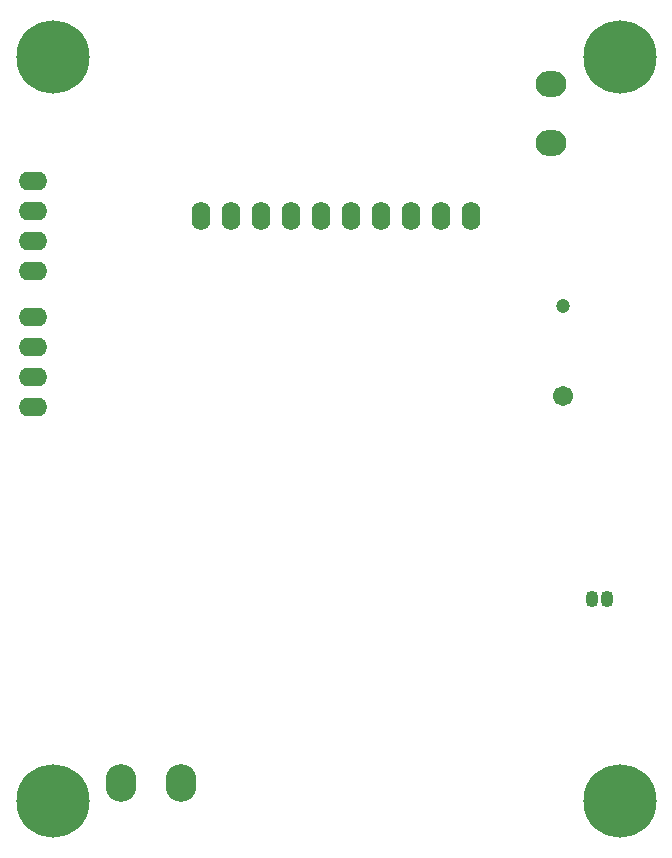
<source format=gbs>
G04*
G04 #@! TF.GenerationSoftware,Altium Limited,Altium Designer,22.3.1 (43)*
G04*
G04 Layer_Color=16711935*
%FSLAX44Y44*%
%MOMM*%
G71*
G04*
G04 #@! TF.SameCoordinates,0660A848-1A26-4927-BFA5-E7A76C088184*
G04*
G04*
G04 #@! TF.FilePolarity,Negative*
G04*
G01*
G75*
%ADD73C,6.2000*%
%ADD75O,1.1000X1.4000*%
%ADD76C,1.7032*%
%ADD77C,1.2032*%
%ADD80C,1.0032*%
%ADD107O,2.6032X3.2032*%
%ADD108O,2.4032X1.6032*%
%ADD109O,2.6032X2.2032*%
%ADD110O,1.6000X2.4000*%
D73*
X515000Y35000D02*
D03*
X35000D02*
D03*
X515000Y665000D02*
D03*
X35000D02*
D03*
D75*
X492000Y206000D02*
D03*
X504000D02*
D03*
D76*
X467000Y378000D02*
D03*
D77*
Y454000D02*
D03*
D80*
X531971Y51971D02*
D03*
X498030Y18030D02*
D03*
X539000Y35000D02*
D03*
X491000D02*
D03*
X531971Y18030D02*
D03*
X498030Y51971D02*
D03*
X515000Y59000D02*
D03*
Y11000D02*
D03*
X51971Y51971D02*
D03*
X18030Y18030D02*
D03*
X59000Y35000D02*
D03*
X11000D02*
D03*
X51971Y18030D02*
D03*
X18030Y51971D02*
D03*
X35000Y59000D02*
D03*
Y11000D02*
D03*
X531971Y681971D02*
D03*
X498030Y648029D02*
D03*
X539000Y665000D02*
D03*
X491000D02*
D03*
X531971Y648029D02*
D03*
X498030Y681971D02*
D03*
X515000Y689000D02*
D03*
Y641000D02*
D03*
X51971Y681971D02*
D03*
X18030Y648029D02*
D03*
X59000Y665000D02*
D03*
X11000D02*
D03*
X51971Y648029D02*
D03*
X18030Y681971D02*
D03*
X35000Y689000D02*
D03*
Y641000D02*
D03*
D107*
X143400Y50000D02*
D03*
X92600D02*
D03*
D108*
X18000Y445100D02*
D03*
Y419700D02*
D03*
Y394300D02*
D03*
Y368900D02*
D03*
Y560100D02*
D03*
Y534700D02*
D03*
Y509300D02*
D03*
Y483900D02*
D03*
D109*
X457000Y642000D02*
D03*
Y592000D02*
D03*
D110*
X160700Y530000D02*
D03*
X186100D02*
D03*
X211500D02*
D03*
X236900D02*
D03*
X262300D02*
D03*
X287700D02*
D03*
X313100D02*
D03*
X338500D02*
D03*
X363900D02*
D03*
X389300D02*
D03*
M02*

</source>
